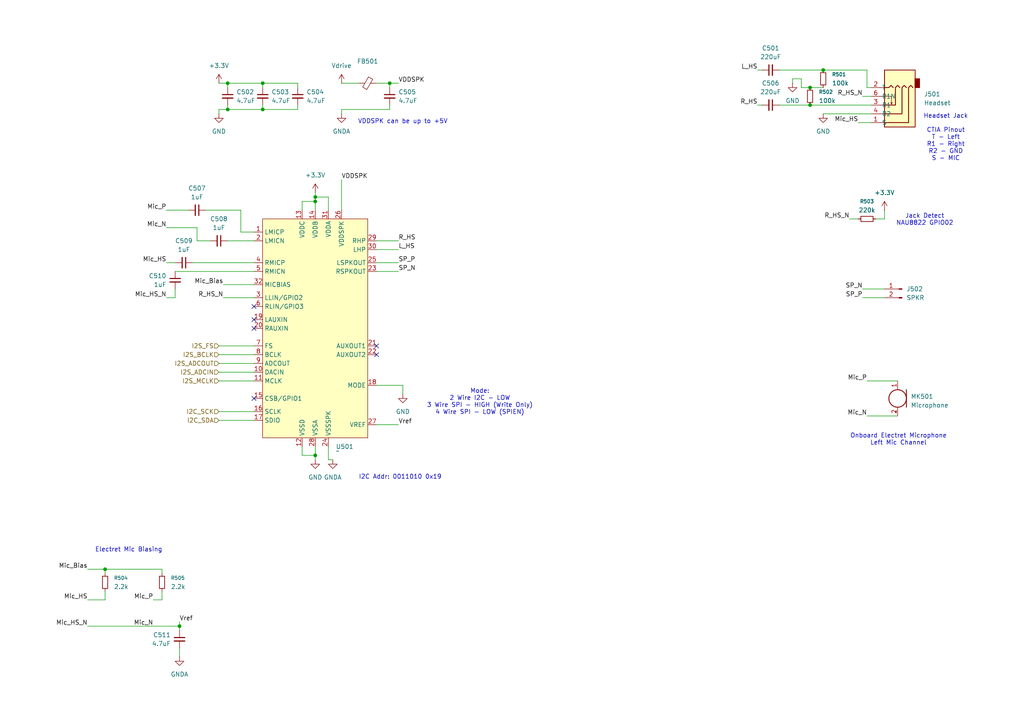
<source format=kicad_sch>
(kicad_sch (version 20250114) (generator "eeschema") (generator_version "9.0")
  (paper "A4")
  (lib_symbols
    (symbol "BVH_Audio:NAU8822"
      (property "Reference" "U" (at 0 0 0))
      (symbol "NAU8822_1_1"
        (rectangle (start -16.51 29.21) (end 13.97 -34.29) (fill (type background)))
        (pin input line (at -19.05 25.4 0) (length 2.54) (name "LMICP") (number "1"))
        (pin input line (at -19.05 22.86 0) (length 2.54) (name "LMICN") (number "2"))
        (pin input line (at -19.05 16.51 0) (length 2.54) (name "RMICP") (number "4"))
        (pin input line (at -19.05 13.97 0) (length 2.54) (name "RMICN") (number "5"))
        (pin input line (at -19.05 10.16 0) (length 2.54) (name "MICBIAS") (number "32"))
        (pin input line (at -19.05 6.35 0) (length 2.54) (name "LLIN/GPIO2") (number "3"))
        (pin input line (at -19.05 3.81 0) (length 2.54) (name "RLIN/GPIO3") (number "6"))
        (pin input line (at -19.05 0 0) (length 2.54) (name "LAUXIN") (number "19"))
        (pin input line (at -19.05 -2.54 0) (length 2.54) (name "RAUXIN") (number "20"))
        (pin input line (at -19.05 -7.62 0) (length 2.54) (name "FS") (number "7"))
        (pin input line (at -19.05 -10.16 0) (length 2.54) (name "BCLK") (number "8"))
        (pin input line (at -19.05 -12.7 0) (length 2.54) (name "ADCOUT") (number "9"))
        (pin input line (at -19.05 -15.24 0) (length 2.54) (name "DACIN") (number "10"))
        (pin input line (at -19.05 -17.78 0) (length 2.54) (name "MCLK") (number "11"))
        (pin input line (at -19.05 -22.86 0) (length 2.54) (name "CSB/GPIO1") (number "15"))
        (pin input line (at -19.05 -26.67 0) (length 2.54) (name "SCLK") (number "16"))
        (pin input line (at -19.05 -29.21 0) (length 2.54) (name "SDIO") (number "17"))
        (pin input line (at -5.08 31.75 270) (length 2.54) (name "VDDC") (number "13"))
        (pin input line (at -5.08 -36.83 90) (length 2.54) (name "VSSD") (number "12"))
        (pin input line (at -1.27 31.75 270) (length 2.54) (name "VDDB") (number "14"))
        (pin input line (at -1.27 -36.83 90) (length 2.54) (name "VSSA") (number "28"))
        (pin input line (at 2.54 31.75 270) (length 2.54) (name "VDDA") (number "31"))
        (pin input line (at 2.54 -36.83 90) (length 2.54) (name "VSSSPK") (number "24"))
        (pin input line (at 6.35 31.75 270) (length 2.54) (name "VDDSPK") (number "26"))
        (pin input line (at 16.51 22.86 180) (length 2.54) (name "RHP") (number "29"))
        (pin input line (at 16.51 20.32 180) (length 2.54) (name "LHP") (number "30"))
        (pin input line (at 16.51 16.51 180) (length 2.54) (name "LSPKOUT") (number "25"))
        (pin input line (at 16.51 13.97 180) (length 2.54) (name "RSPKOUT") (number "23"))
        (pin input line (at 16.51 -7.62 180) (length 2.54) (name "AUXOUT1") (number "21"))
        (pin input line (at 16.51 -10.16 180) (length 2.54) (name "AUXOUT2") (number "22"))
        (pin input line (at 16.51 -19.05 180) (length 2.54) (name "MODE") (number "18"))
        (pin input line (at 16.51 -30.48 180) (length 2.54) (name "VREF") (number "27"))
      )
    )
    (symbol "BVH_Connectors_Misc:AudioJack4_SwitchTR"
      (property "Reference" "J" (at 0 11.43 0))
      (property "Value" "AudioJack4_SwitchTR" (at 0 8.89 0))
      (symbol "AudioJack4_SwitchTR_0_1"
        (rectangle (start -7.62 -5.08) (end -8.89 -7.62) (stroke (width 0.254)) (fill (type outline)))
        (rectangle (start 1.27 6.35) (end -7.62 -10.16) (stroke (width 0.254)) (fill (type background)))
        (polyline (pts (xy 1.27 2.54) (xy 2.54 2.54)))
        (polyline (pts (xy 1.27 -5.08) (xy 2.54 -5.08)))
        (polyline (pts (xy 2.54 5.08) (xy 1.27 5.08)))
        (polyline (pts (xy 2.54 0) (xy 1.27 0)))
      )
      (symbol "AudioJack4_SwitchTR_1_1"
        (polyline (pts (xy -3.175 -5.08) (xy -2.54 -5.715) (xy -1.905 -5.08) (xy -1.905 0) (xy 1.27 0)) (stroke (width 0.254)))
        (polyline (pts (xy -1.27 -5.08) (xy -0.635 -5.715) (xy 0 -5.08) (xy 1.27 -5.08)) (stroke (width 0.254)))
        (polyline (pts (xy -0.762 -0.254) (xy -0.508 -0.762)))
        (polyline (pts (xy 1.27 5.08) (xy -5.715 5.08) (xy -5.715 -5.08) (xy -6.35 -5.715) (xy -6.985 -5.08)) (stroke (width 0.254)))
        (polyline (pts (xy 1.27 2.54) (xy -3.81 2.54) (xy -3.81 -5.08) (xy -4.445 -5.715) (xy -5.08 -5.08)) (stroke (width 0.254)))
        (polyline (pts (xy 2.54 -2.54) (xy -0.762 -2.54) (xy -0.762 -0.254) (xy -1.016 -0.762)))
        (pin passive line (at 5.08 5.08 180) (length 2.54) (name "S") (number "1"))
        (pin passive line (at 5.08 2.54 180) (length 2.54) (name "R2") (number "4"))
        (pin passive line (at 5.08 0 180) (length 2.54) (name "R1") (number "3"))
        (pin passive line (at 5.08 -2.54 180) (length 2.54) (name "R1N") (number "6"))
        (pin passive line (at 5.08 -5.08 180) (length 2.54) (name "T") (number "2"))
      )
    )
    (symbol "Connector:Conn_01x02_Pin" (pin_names (offset 1.016) (hide yes))
      (property "Reference" "J" (at 0 2.54 0))
      (property "Value" "Conn_01x02_Pin" (at 0 -5.08 0))
      (symbol "Conn_01x02_Pin_1_1"
        (rectangle (start 0.8636 0.127) (end 0 -0.127) (stroke (width 0.1524)) (fill (type outline)))
        (rectangle (start 0.8636 -2.413) (end 0 -2.667) (stroke (width 0.1524)) (fill (type outline)))
        (polyline (pts (xy 1.27 0) (xy 0.8636 0)) (stroke (width 0.1524)))
        (polyline (pts (xy 1.27 -2.54) (xy 0.8636 -2.54)) (stroke (width 0.1524)))
        (pin passive line (at 5.08 0 180) (length 3.81) (name "Pin_1") (number "1"))
        (pin passive line (at 5.08 -2.54 180) (length 3.81) (name "Pin_2") (number "2"))
      )
    )
    (symbol "Device:C_Small" (pin_numbers (hide yes)) (pin_names (offset 0.254) (hide yes))
      (property "Reference" "C" (at 0.254 1.778 0))
      (property "Value" "C_Small" (at 0.254 -2.032 0))
      (symbol "C_Small_0_1"
        (polyline (pts (xy -1.524 0.508) (xy 1.524 0.508)) (stroke (width 0.3048)))
        (polyline (pts (xy -1.524 -0.508) (xy 1.524 -0.508)) (stroke (width 0.3302)))
      )
      (symbol "C_Small_1_1"
        (pin passive line (at 0 2.54 270) (length 2.032) (name "~") (number "1"))
        (pin passive line (at 0 -2.54 90) (length 2.032) (name "~") (number "2"))
      )
    )
    (symbol "Device:FerriteBead_Small" (pin_numbers (hide yes)) (pin_names (offset 0))
      (property "Reference" "FB" (at 1.905 1.27 0))
      (property "Value" "FerriteBead_Small" (at 1.905 -1.27 0))
      (symbol "FerriteBead_Small_0_1"
        (polyline (pts (xy -1.8288 0.2794) (xy -1.1176 1.4986) (xy 1.8288 -0.2032) (xy 1.1176 -1.4224) (xy -1.8288 0.2794)))
        (polyline (pts (xy 0 0.889) (xy 0 1.2954)))
        (polyline (pts (xy 0 -1.27) (xy 0 -0.7874)))
      )
      (symbol "FerriteBead_Small_1_1"
        (pin passive line (at 0 2.54 270) (length 1.27) (name "~") (number "1"))
        (pin passive line (at 0 -2.54 90) (length 1.27) (name "~") (number "2"))
      )
    )
    (symbol "Device:Microphone" (pin_names (offset 0.0254) (hide yes))
      (property "Reference" "MK" (at -3.81 1.27 0))
      (property "Value" "Microphone" (at -3.81 -0.635 0))
      (symbol "Microphone_0_1"
        (polyline (pts (xy -2.54 2.54) (xy -2.54 -2.54)) (stroke (width 0.254)))
        (circle (center 0 0) (radius 2.54) (stroke (width 0.254)))
        (polyline (pts (xy 0.254 3.81) (xy 0.762 3.81)))
        (polyline (pts (xy 0.508 4.064) (xy 0.508 3.556)))
      )
      (symbol "Microphone_1_1"
        (pin passive line (at 0 5.08 270) (length 2.54) (name "+") (number "2"))
        (pin passive line (at 0 -5.08 90) (length 2.54) (name "-") (number "1"))
      )
    )
    (symbol "Device:R_Small" (pin_numbers (hide yes)) (pin_names (offset 0.254) (hide yes))
      (property "Reference" "R" (at 0 0 90))
      (property "Value" "R_Small" (at 1.778 0 90))
      (symbol "R_Small_0_1"
        (rectangle (start -0.762 1.778) (end 0.762 -1.778) (stroke (width 0.2032)))
      )
      (symbol "R_Small_1_1"
        (pin passive line (at 0 2.54 270) (length 0.762) (name "~") (number "1"))
        (pin passive line (at 0 -2.54 90) (length 0.762) (name "~") (number "2"))
      )
    )
    (symbol "power:+3.3V" (power) (pin_numbers (hide yes)) (pin_names (offset 0) (hide yes))
      (property "Value" "+3.3V" (at 0 3.556 0))
      (symbol "+3.3V_0_1"
        (polyline (pts (xy -0.762 1.27) (xy 0 2.54)))
        (polyline (pts (xy 0 2.54) (xy 0.762 1.27)))
        (polyline (pts (xy 0 0) (xy 0 2.54)))
      )
      (symbol "+3.3V_1_1"
        (pin power_in line (at 0 0 90) (length 0) (name "~") (number "1"))
      )
    )
    (symbol "power:GND" (power) (pin_numbers (hide yes)) (pin_names (offset 0) (hide yes))
      (property "Value" "GND" (at 0 -3.81 0))
      (symbol "GND_0_1"
        (polyline (pts (xy 0 0) (xy 0 -1.27) (xy 1.27 -1.27) (xy 0 -2.54) (xy -1.27 -1.27) (xy 0 -1.27)))
      )
      (symbol "GND_1_1"
        (pin power_in line (at 0 0 270) (length 0) (name "~") (number "1"))
      )
    )
    (symbol "power:GNDA" (power) (pin_numbers (hide yes)) (pin_names (offset 0) (hide yes))
      (property "Value" "GNDA" (at 0 -3.81 0))
      (symbol "GNDA_0_1"
        (polyline (pts (xy 0 0) (xy 0 -1.27) (xy 1.27 -1.27) (xy 0 -2.54) (xy -1.27 -1.27) (xy 0 -1.27)))
      )
      (symbol "GNDA_1_1"
        (pin power_in line (at 0 0 270) (length 0) (name "~") (number "1"))
      )
    )
    (symbol "power:Vdrive" (power) (pin_numbers (hide yes)) (pin_names (offset 0) (hide yes))
      (property "Value" "Vdrive" (at 0 3.556 0))
      (symbol "Vdrive_0_1"
        (polyline (pts (xy -0.762 1.27) (xy 0 2.54)))
        (polyline (pts (xy 0 2.54) (xy 0.762 1.27)))
        (polyline (pts (xy 0 0) (xy 0 2.54)))
      )
      (symbol "Vdrive_1_1"
        (pin power_in line (at 0 0 90) (length 0) (name "~") (number "1"))
      )
    )
  )
  (text "Onboard Electret Microphone\nLeft Mic Channel" (at 260.604 127.508 0) (effects (font (size 1.27 1.27))))
  (text "VDDSPK can be up to +5V" (at 116.84 35.306 0) (effects (font (size 1.27 1.27))))
  (text "Electret Mic Biasing" (at 37.338 159.512 0) (effects (font (size 1.27 1.27))))
  (text "I2C Addr: 0011010 0x19" (at 116.078 138.43 0) (effects (font (size 1.27 1.27))))
  (text "Mode:\n2 Wire I2C - LOW\n3 Wire SPI - HIGH (Write Only)\n4 Wire SPI - LOW (SPIEN)" (at 139.192 116.586 0) (effects (font (size 1.27 1.27))))
  (text "Headset Jack\n\nCTIA Pinout\nT - Left\nR1 - Right\nR2 - GND\nS - MIC" (at 274.32 39.878 0) (effects (font (size 1.27 1.27))))
  (text "Jack Detect\nNAU8822 GPIO02" (at 268.224 63.754 0) (effects (font (size 1.27 1.27))))
  (junction (at 91.44 132.08))
  (junction (at 234.95 25.4))
  (junction (at 66.04 24.13))
  (junction (at 76.2 24.13))
  (junction (at 91.44 57.15))
  (junction (at 30.48 165.1))
  (junction (at 113.03 24.13))
  (junction (at 66.04 31.75))
  (junction (at 238.76 20.32))
  (junction (at 52.07 181.61))
  (junction (at 91.44 58.42))
  (junction (at 76.2 31.75))
  (junction (at 234.95 30.48))
  (no_connect (at 109.22 100.33))
  (no_connect (at 73.66 92.71))
  (no_connect (at 73.66 115.57))
  (no_connect (at 73.66 95.25))
  (no_connect (at 73.66 88.9))
  (no_connect (at 109.22 102.87))
  (wire (pts (xy 55.88 76.2) (xy 73.66 76.2)))
  (wire (pts (xy 63.5 100.33) (xy 73.66 100.33)))
  (wire (pts (xy 60.96 69.85) (xy 57.15 69.85)))
  (wire (pts (xy 226.06 20.32) (xy 238.76 20.32)))
  (wire (pts (xy 113.03 31.75) (xy 113.03 30.48)))
  (wire (pts (xy 109.22 76.2) (xy 115.57 76.2)))
  (wire (pts (xy 30.48 173.99) (xy 30.48 171.45)))
  (wire (pts (xy 99.06 52.07) (xy 99.06 60.96)))
  (wire (pts (xy 109.22 123.19) (xy 115.57 123.19)))
  (wire (pts (xy 66.04 24.13) (xy 76.2 24.13)))
  (wire (pts (xy 232.41 25.4) (xy 232.41 22.86)))
  (wire (pts (xy 116.84 114.3) (xy 116.84 111.76)))
  (wire (pts (xy 91.44 58.42) (xy 91.44 60.96)))
  (wire (pts (xy 63.5 107.95) (xy 73.66 107.95)))
  (wire (pts (xy 63.5 33.02) (xy 63.5 31.75)))
  (wire (pts (xy 63.5 121.92) (xy 73.66 121.92)))
  (wire (pts (xy 91.44 55.88) (xy 91.44 57.15)))
  (wire (pts (xy 219.71 20.32) (xy 220.98 20.32)))
  (wire (pts (xy 25.4 165.1) (xy 30.48 165.1)))
  (wire (pts (xy 246.38 63.5) (xy 248.92 63.5)))
  (wire (pts (xy 25.4 173.99) (xy 30.48 173.99)))
  (wire (pts (xy 66.04 24.13) (xy 66.04 25.4)))
  (wire (pts (xy 99.06 24.13) (xy 104.14 24.13)))
  (wire (pts (xy 95.25 133.35) (xy 95.25 129.54)))
  (wire (pts (xy 116.84 111.76) (xy 109.22 111.76)))
  (wire (pts (xy 44.45 173.99) (xy 46.99 173.99)))
  (wire (pts (xy 50.8 78.74) (xy 73.66 78.74)))
  (wire (pts (xy 251.46 110.49) (xy 260.35 110.49)))
  (wire (pts (xy 76.2 24.13) (xy 86.36 24.13)))
  (wire (pts (xy 52.07 187.96) (xy 52.07 190.5)))
  (wire (pts (xy 96.52 133.35) (xy 95.25 133.35)))
  (wire (pts (xy 251.46 20.32) (xy 251.46 25.4)))
  (wire (pts (xy 76.2 30.48) (xy 76.2 31.75)))
  (wire (pts (xy 248.92 35.56) (xy 252.73 35.56)))
  (wire (pts (xy 250.19 27.94) (xy 252.73 27.94)))
  (wire (pts (xy 99.06 33.02) (xy 99.06 31.75)))
  (wire (pts (xy 50.8 86.36) (xy 50.8 83.82)))
  (wire (pts (xy 30.48 165.1) (xy 30.48 166.37)))
  (wire (pts (xy 63.5 102.87) (xy 73.66 102.87)))
  (wire (pts (xy 250.19 83.82) (xy 256.54 83.82)))
  (wire (pts (xy 69.85 67.31) (xy 73.66 67.31)))
  (wire (pts (xy 219.71 30.48) (xy 220.98 30.48)))
  (wire (pts (xy 59.69 60.96) (xy 69.85 60.96)))
  (wire (pts (xy 48.26 60.96) (xy 54.61 60.96)))
  (wire (pts (xy 63.5 110.49) (xy 73.66 110.49)))
  (wire (pts (xy 95.25 60.96) (xy 95.25 57.15)))
  (wire (pts (xy 48.26 76.2) (xy 50.8 76.2)))
  (wire (pts (xy 87.63 58.42) (xy 91.44 58.42)))
  (wire (pts (xy 95.25 57.15) (xy 91.44 57.15)))
  (wire (pts (xy 30.48 165.1) (xy 46.99 165.1)))
  (wire (pts (xy 76.2 24.13) (xy 76.2 25.4)))
  (wire (pts (xy 66.04 30.48) (xy 66.04 31.75)))
  (wire (pts (xy 238.76 20.32) (xy 251.46 20.32)))
  (wire (pts (xy 99.06 31.75) (xy 113.03 31.75)))
  (wire (pts (xy 63.5 24.13) (xy 66.04 24.13)))
  (wire (pts (xy 232.41 25.4) (xy 234.95 25.4)))
  (wire (pts (xy 234.95 30.48) (xy 252.73 30.48)))
  (wire (pts (xy 86.36 31.75) (xy 86.36 30.48)))
  (wire (pts (xy 66.04 69.85) (xy 73.66 69.85)))
  (wire (pts (xy 64.77 82.55) (xy 73.66 82.55)))
  (wire (pts (xy 232.41 22.86) (xy 229.87 22.86)))
  (wire (pts (xy 46.99 173.99) (xy 46.99 171.45)))
  (wire (pts (xy 113.03 24.13) (xy 113.03 25.4)))
  (wire (pts (xy 226.06 30.48) (xy 234.95 30.48)))
  (wire (pts (xy 87.63 132.08) (xy 91.44 132.08)))
  (wire (pts (xy 251.46 120.65) (xy 260.35 120.65)))
  (wire (pts (xy 229.87 22.86) (xy 229.87 24.13)))
  (wire (pts (xy 87.63 60.96) (xy 87.63 58.42)))
  (wire (pts (xy 238.76 33.02) (xy 252.73 33.02)))
  (wire (pts (xy 52.07 180.34) (xy 52.07 181.61)))
  (wire (pts (xy 63.5 105.41) (xy 73.66 105.41)))
  (wire (pts (xy 87.63 129.54) (xy 87.63 132.08)))
  (wire (pts (xy 86.36 24.13) (xy 86.36 25.4)))
  (wire (pts (xy 64.77 86.36) (xy 73.66 86.36)))
  (wire (pts (xy 250.19 86.36) (xy 256.54 86.36)))
  (wire (pts (xy 52.07 181.61) (xy 52.07 182.88)))
  (wire (pts (xy 46.99 165.1) (xy 46.99 166.37)))
  (wire (pts (xy 113.03 24.13) (xy 115.57 24.13)))
  (wire (pts (xy 57.15 66.04) (xy 48.26 66.04)))
  (wire (pts (xy 69.85 60.96) (xy 69.85 67.31)))
  (wire (pts (xy 25.4 181.61) (xy 52.07 181.61)))
  (wire (pts (xy 63.5 31.75) (xy 66.04 31.75)))
  (wire (pts (xy 109.22 24.13) (xy 113.03 24.13)))
  (wire (pts (xy 91.44 129.54) (xy 91.44 132.08)))
  (wire (pts (xy 57.15 69.85) (xy 57.15 66.04)))
  (wire (pts (xy 256.54 63.5) (xy 256.54 60.96)))
  (wire (pts (xy 48.26 86.36) (xy 50.8 86.36)))
  (wire (pts (xy 254 63.5) (xy 256.54 63.5)))
  (wire (pts (xy 91.44 132.08) (xy 91.44 133.35)))
  (wire (pts (xy 251.46 25.4) (xy 252.73 25.4)))
  (wire (pts (xy 234.95 25.4) (xy 238.76 25.4)))
  (wire (pts (xy 63.5 119.38) (xy 73.66 119.38)))
  (wire (pts (xy 109.22 69.85) (xy 115.57 69.85)))
  (wire (pts (xy 76.2 31.75) (xy 86.36 31.75)))
  (wire (pts (xy 109.22 78.74) (xy 115.57 78.74)))
  (wire (pts (xy 109.22 72.39) (xy 115.57 72.39)))
  (wire (pts (xy 66.04 31.75) (xy 76.2 31.75)))
  (wire (pts (xy 91.44 57.15) (xy 91.44 58.42)))
  (label "Vref" (at 115.57 123.19 0))
  (label "VDDSPK" (at 99.06 52.07 0))
  (label "R_HS" (at 219.71 30.48 180))
  (label "Mic_Bias" (at 25.4 165.1 180))
  (label "R_HS" (at 115.57 69.85 0))
  (label "VDDSPK" (at 115.57 24.13 0))
  (label "R_HS_N" (at 250.19 27.94 180))
  (label "Mic_HS_N" (at 25.4 181.61 180))
  (label "L_HS" (at 115.57 72.39 0))
  (label "Mic_Bias" (at 64.77 82.55 180))
  (label "Mic_N" (at 48.26 66.04 180))
  (label "L_HS" (at 219.71 20.32 180))
  (label "Mic_P" (at 48.26 60.96 180))
  (label "Mic_P" (at 44.45 173.99 180))
  (label "Mic_HS" (at 248.92 35.56 180))
  (label "Mic_N" (at 251.46 120.65 180))
  (label "SP_P" (at 115.57 76.2 0))
  (label "R_HS_N" (at 64.77 86.36 180))
  (label "Mic_N" (at 44.45 181.61 180))
  (label "R_HS_N" (at 246.38 63.5 180))
  (label "Mic_HS" (at 25.4 173.99 180))
  (label "Mic_HS_N" (at 48.26 86.36 180))
  (label "Vref" (at 52.07 180.34 0))
  (label "Mic_HS" (at 48.26 76.2 180))
  (label "SP_N" (at 115.57 78.74 0))
  (label "Mic_P" (at 251.46 110.49 180))
  (label "SP_P" (at 250.19 86.36 180))
  (label "SP_N" (at 250.19 83.82 180))
  (hierarchical_label "I2S_BCLK" (shape input) (at 63.5 102.87 180))
  (hierarchical_label "I2S_FS" (shape input) (at 63.5 100.33 180))
  (hierarchical_label "I2C_SDA" (shape input) (at 63.5 121.92 180))
  (hierarchical_label "I2S_ADCOUT" (shape input) (at 63.5 105.41 180))
  (hierarchical_label "I2S_ADCIN" (shape input) (at 63.5 107.95 180))
  (hierarchical_label "I2C_SCK" (shape input) (at 63.5 119.38 180))
  (hierarchical_label "I2S_MCLK" (shape input) (at 63.5 110.49 180))
  (symbol (lib_id "power:GNDA") (at 96.52 133.35 0) (unit 1)
    (property "Reference" "#PWR0511" (effects (hide yes)))
    (property "Value" "GNDA" (at 96.52 138.43 0))
    (property "Description" "Power symbol creates a global label with name \"GNDA\" , analog ground" (effects (hide yes)))
  )
  (symbol (lib_id "Device:FerriteBead_Small") (at 106.68 24.13 90) (unit 1)
    (property "Reference" "FB501" (at 106.6419 17.78 90))
    (property "Value" "FerriteBead_Small" (effects (hide yes)))
    (property "Footprint" "BVH_Switches:TacButton_6mm_6mm" (effects (hide yes)))
    (property "Description" "Ferrite bead, small symbol" (effects (hide yes)))
  )
  (symbol (lib_id "power:GNDA") (at 99.06 33.02 0) (unit 1)
    (property "Reference" "#PWR0505" (effects (hide yes)))
    (property "Value" "GNDA" (at 99.06 38.1 0))
    (property "Description" "Power symbol creates a global label with name \"GNDA\" , analog ground" (effects (hide yes)))
  )
  (symbol (lib_id "Device:C_Small") (at 223.52 20.32 90) (unit 1)
    (property "Reference" "C501" (at 223.5263 13.97 90))
    (property "Value" "220uF" (at 223.5263 16.51 90))
    (property "Footprint" "Capacitor_SMD:C_1210_3225Metric" (effects (hide yes)))
    (property "Description" "Unpolarized capacitor, small symbol" (effects (hide yes)))
  )
  (symbol (lib_id "Device:R_Small") (at 234.95 27.94 180) (unit 1)
    (property "Reference" "R502" (at 237.49 26.6699 0) (effects (font (size 1.016 1.016)) (justify right)))
    (property "Value" "100k" (at 237.49 29.2099 0) (effects (justify right)))
    (property "Footprint" "Resistor_SMD:R_0603_1608Metric" (effects (hide yes)))
    (property "Description" "Resistor, small symbol" (effects (hide yes)))
  )
  (symbol (lib_id "power:GND") (at 116.84 114.3 0) (unit 1)
    (property "Reference" "#PWR0509" (effects (hide yes)))
    (property "Value" "GND" (at 116.84 119.38 0))
    (property "Description" "Power symbol creates a global label with name \"GND\" , ground" (effects (hide yes)))
  )
  (symbol (lib_id "Device:C_Small") (at 66.04 27.94 0) (unit 1)
    (property "Reference" "C502" (at 68.58 26.6762 0) (effects (justify left)))
    (property "Value" "4.7uF" (at 68.58 29.2162 0) (effects (justify left)))
    (property "Footprint" "Capacitor_SMD:C_0805_2012Metric" (effects (hide yes)))
    (property "Description" "Unpolarized capacitor, small symbol" (effects (hide yes)))
  )
  (symbol (lib_id "Device:C_Small") (at 63.5 69.85 270) (unit 1)
    (property "Reference" "C508" (at 63.4936 63.5 90))
    (property "Value" "1uF" (at 63.4936 66.04 90))
    (property "Footprint" "Capacitor_SMD:C_0603_1608Metric" (effects (hide yes)))
    (property "Description" "Unpolarized capacitor, small symbol" (effects (hide yes)))
  )
  (symbol (lib_id "power:+3.3V") (at 91.44 55.88 0) (mirror y) (unit 1)
    (property "Reference" "#PWR0507" (effects (hide yes)))
    (property "Value" "+3.3V" (at 91.44 50.8 0))
    (property "Description" "Power symbol creates a global label with name \"+3.3V\"" (effects (hide yes)))
  )
  (symbol (lib_id "Device:Microphone") (at 260.35 115.57 180) (unit 1)
    (property "Reference" "MK501" (at 264.16 114.9984 0) (effects (justify right)))
    (property "Value" "Microphone" (at 264.16 117.5384 0) (effects (justify right)))
    (property "Footprint" "BVH_Audio:SameSky_CMB-6544PF_Electret_Mic_9.4d" (effects (hide yes)))
    (property "Description" "Microphone" (effects (hide yes)))
  )
  (symbol (lib_id "Device:C_Small") (at 86.36 27.94 0) (unit 1)
    (property "Reference" "C504" (at 88.9 26.6762 0) (effects (justify left)))
    (property "Value" "4.7uF" (at 88.9 29.2162 0) (effects (justify left)))
    (property "Footprint" "Capacitor_SMD:C_0805_2012Metric" (effects (hide yes)))
    (property "Description" "Unpolarized capacitor, small symbol" (effects (hide yes)))
  )
  (symbol (lib_id "power:+3.3V") (at 63.5 24.13 0) (mirror y) (unit 1)
    (property "Reference" "#PWR0501" (effects (hide yes)))
    (property "Value" "+3.3V" (at 63.5 19.05 0))
    (property "Description" "Power symbol creates a global label with name \"+3.3V\"" (effects (hide yes)))
  )
  (symbol (lib_id "Device:C_Small") (at 52.07 185.42 0) (mirror y) (unit 1)
    (property "Reference" "C511" (at 49.53 184.1562 0) (effects (justify left)))
    (property "Value" "4.7uF" (at 49.53 186.6962 0) (effects (justify left)))
    (property "Footprint" "Capacitor_SMD:C_0805_2012Metric" (effects (hide yes)))
    (property "Description" "Unpolarized capacitor, small symbol" (effects (hide yes)))
  )
  (symbol (lib_id "Connector:Conn_01x02_Pin") (at 261.62 83.82 0) (mirror y) (unit 1)
    (property "Reference" "J502" (at 262.89 83.8199 0) (effects (justify right)))
    (property "Value" "SPKR" (at 262.89 86.3599 0) (effects (justify right)))
    (property "Description" "Generic connector, single row, 01x02, script generated" (effects (hide yes)))
  )
  (symbol (lib_id "Device:C_Small") (at 50.8 81.28 0) (mirror y) (unit 1)
    (property "Reference" "C510" (at 48.26 80.0162 0) (effects (justify left)))
    (property "Value" "1uF" (at 48.26 82.5562 0) (effects (justify left)))
    (property "Footprint" "Capacitor_SMD:C_0603_1608Metric" (effects (hide yes)))
    (property "Description" "Unpolarized capacitor, small symbol" (effects (hide yes)))
  )
  (symbol (lib_id "power:Vdrive") (at 99.06 24.13 0) (unit 1)
    (property "Reference" "#PWR0502" (effects (hide yes)))
    (property "Value" "Vdrive" (at 99.06 19.05 0))
    (property "Description" "Power symbol creates a global label with name \"Vdrive\"" (effects (hide yes)))
  )
  (symbol (lib_id "Device:C_Small") (at 76.2 27.94 0) (unit 1)
    (property "Reference" "C503" (at 78.74 26.6762 0) (effects (justify left)))
    (property "Value" "4.7uF" (at 78.74 29.2162 0) (effects (justify left)))
    (property "Footprint" "Capacitor_SMD:C_0805_2012Metric" (effects (hide yes)))
    (property "Description" "Unpolarized capacitor, small symbol" (effects (hide yes)))
  )
  (symbol (lib_id "power:GNDA") (at 52.07 190.5 0) (unit 1)
    (property "Reference" "#PWR0512" (effects (hide yes)))
    (property "Value" "GNDA" (at 52.07 195.58 0))
    (property "Description" "Power symbol creates a global label with name \"GNDA\" , analog ground" (effects (hide yes)))
  )
  (symbol (lib_id "power:GND") (at 63.5 33.02 0) (unit 1)
    (property "Reference" "#PWR0504" (effects (hide yes)))
    (property "Value" "GND" (at 63.5 38.1 0))
    (property "Description" "Power symbol creates a global label with name \"GND\" , ground" (effects (hide yes)))
  )
  (symbol (lib_id "Device:C_Small") (at 223.52 30.48 270) (unit 1)
    (property "Reference" "C506" (at 223.5136 24.13 90))
    (property "Value" "220uF" (at 223.5136 26.67 90))
    (property "Footprint" "Capacitor_SMD:C_1210_3225Metric" (effects (hide yes)))
    (property "Description" "Unpolarized capacitor, small symbol" (effects (hide yes)))
  )
  (symbol (lib_id "Device:R_Small") (at 238.76 22.86 180) (unit 1)
    (property "Reference" "R501" (at 241.3 21.5899 0) (effects (font (size 1.016 1.016)) (justify right)))
    (property "Value" "100k" (at 241.3 24.1299 0) (effects (justify right)))
    (property "Footprint" "Resistor_SMD:R_0603_1608Metric" (effects (hide yes)))
    (property "Description" "Resistor, small symbol" (effects (hide yes)))
  )
  (symbol (lib_id "BVH_Connectors_Misc:AudioJack4_SwitchTR") (at 257.81 30.48 180) (unit 1)
    (property "Reference" "J501" (at 267.97 27.3049 0) (effects (justify right)))
    (property "Value" "Headset" (at 267.97 29.8449 0) (effects (justify right)))
    (property "Footprint" "BVH_Connectors_Misc:SJ-43515RS-SMT-TR" (effects (hide yes)))
    (property "Description" "Audio Jack, 4 Poles (Stereo / TRRS), Switched TR1 Poles (Normalling)" (effects (hide yes)))
  )
  (symbol (lib_id "Device:R_Small") (at 30.48 168.91 0) (unit 1)
    (property "Reference" "R504" (at 33.02 167.6399 0) (effects (font (size 1.016 1.016)) (justify left)))
    (property "Value" "2.2k" (at 33.02 170.1799 0) (effects (justify left)))
    (property "Footprint" "Resistor_SMD:R_0603_1608Metric" (effects (hide yes)))
    (property "Description" "Resistor, small symbol" (effects (hide yes)))
  )
  (symbol (lib_id "Device:R_Small") (at 251.46 63.5 90) (unit 1)
    (property "Reference" "R503" (at 251.46 58.42 90) (effects (font (size 1.016 1.016))))
    (property "Value" "220k" (at 251.46 60.96 90))
    (property "Footprint" "Resistor_SMD:R_0603_1608Metric" (effects (hide yes)))
    (property "Description" "Resistor, small symbol" (effects (hide yes)))
  )
  (symbol (lib_id "power:+3.3V") (at 256.54 60.96 0) (mirror y) (unit 1)
    (property "Reference" "#PWR0508" (effects (hide yes)))
    (property "Value" "+3.3V" (at 256.54 55.88 0))
    (property "Description" "Power symbol creates a global label with name \"+3.3V\"" (effects (hide yes)))
  )
  (symbol (lib_id "power:GND") (at 229.87 24.13 0) (unit 1)
    (property "Reference" "#PWR0503" (effects (hide yes)))
    (property "Value" "GND" (at 229.87 29.21 0))
    (property "Description" "Power symbol creates a global label with name \"GND\" , ground" (effects (hide yes)))
  )
  (symbol (lib_id "power:GND") (at 91.44 133.35 0) (unit 1)
    (property "Reference" "#PWR0510" (effects (hide yes)))
    (property "Value" "GND" (at 91.44 138.43 0))
    (property "Description" "Power symbol creates a global label with name \"GND\" , ground" (effects (hide yes)))
  )
  (symbol (lib_id "Device:C_Small") (at 57.15 60.96 270) (unit 1)
    (property "Reference" "C507" (at 57.1436 54.61 90))
    (property "Value" "1uF" (at 57.1436 57.15 90))
    (property "Footprint" "Capacitor_SMD:C_0603_1608Metric" (effects (hide yes)))
    (property "Description" "Unpolarized capacitor, small symbol" (effects (hide yes)))
  )
  (symbol (lib_id "Device:C_Small") (at 113.03 27.94 0) (unit 1)
    (property "Reference" "C505" (at 115.57 26.6762 0) (effects (justify left)))
    (property "Value" "4.7uF" (at 115.57 29.2162 0) (effects (justify left)))
    (property "Footprint" "Capacitor_SMD:C_0805_2012Metric" (effects (hide yes)))
    (property "Description" "Unpolarized capacitor, small symbol" (effects (hide yes)))
  )
  (symbol (lib_id "power:GND") (at 238.76 33.02 0) (unit 1)
    (property "Reference" "#PWR0506" (effects (hide yes)))
    (property "Value" "GND" (at 238.76 38.1 0))
    (property "Description" "Power symbol creates a global label with name \"GND\" , ground" (effects (hide yes)))
  )
  (symbol (lib_id "BVH_Audio:NAU8822") (at 92.71 92.71 0) (unit 1)
    (property "Reference" "U501" (at 97.3933 129.54 0) (effects (justify left)))
    (property "Value" "~" (at 97.3933 130.81 0) (effects (justify left)))
    (property "Footprint" "BVH_Package_QFN:QFN-32-1EP_5x5mm_P0.5mm_EP2.7x2.7mm_ThermalVias" (effects (hide yes)))
  )
  (symbol (lib_id "Device:C_Small") (at 53.34 76.2 270) (unit 1)
    (property "Reference" "C509" (at 53.3336 69.85 90))
    (property "Value" "1uF" (at 53.3336 72.39 90))
    (property "Footprint" "Capacitor_SMD:C_0603_1608Metric" (effects (hide yes)))
    (property "Description" "Unpolarized capacitor, small symbol" (effects (hide yes)))
  )
  (symbol (lib_id "Device:R_Small") (at 46.99 168.91 0) (unit 1)
    (property "Reference" "R505" (at 49.53 167.6399 0) (effects (font (size 1.016 1.016)) (justify left)))
    (property "Value" "2.2k" (at 49.53 170.1799 0) (effects (justify left)))
    (property "Footprint" "Resistor_SMD:R_0603_1608Metric" (effects (hide yes)))
    (property "Description" "Resistor, small symbol" (effects (hide yes)))
  )
)
</source>
